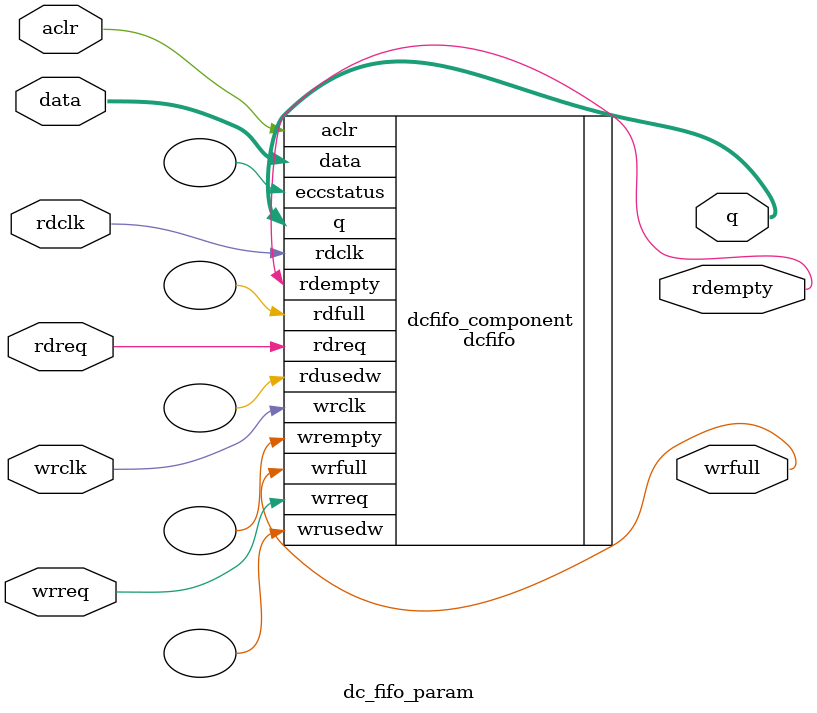
<source format=sv>


module dc_fifo_param #(
    parameter int ADDR_WIDTH     = 4
   ,parameter int DATA_WIDTH     = 64
   ,parameter     RAM_BLOCK_TYPE = "MLAB" //MLAB or M20K
   ,parameter int NUMBER_WORDS   = 0
) (
   //wr clk domain
    input  logic                  wrclk
   ,input  logic                  wrreq
   ,output logic                  wrfull
   ,input  logic [DATA_WIDTH-1:0] data
   //rd clk domain
   ,input  logic                  rdclk
   ,input  logic                  aclr
   ,input  logic                  rdreq
   ,output logic [DATA_WIDTH-1:0] q
   ,output logic                  rdempty
);

   localparam int NUMBER_WORDS_FINAL = (NUMBER_WORDS & RAM_BLOCK_TYPE == "MLAB") ? NUMBER_WORDS : 2**ADDR_WIDTH;
   localparam     RAM_BLOCK_TYPE_STRING = {"RAM_BLOCK_TYPE=", RAM_BLOCK_TYPE, ",DISABLE_DCFIFO_EMBEDDED_TIMING_CONSTRAINT=TRUE"};

   dcfifo dcfifo_component (
       .data       (data)
      ,.rdclk      (rdclk)
      ,.rdreq      (rdreq)
      ,.wrclk      (wrclk)
      ,.wrreq      (wrreq)
      ,.q          (q)
      ,.rdempty    (rdempty)
      ,.wrfull     (wrfull)
      ,.aclr       (aclr)
      ,.eccstatus  ()
      ,.rdfull     ()
      ,.rdusedw    ()
      ,.wrempty    ()
      ,.wrusedw    ()
   );
   defparam
      dcfifo_component.enable_ecc  = "FALSE",
      dcfifo_component.intended_device_family  = "Agilex",
      dcfifo_component.lpm_hint  = RAM_BLOCK_TYPE_STRING,
      dcfifo_component.lpm_numwords  = NUMBER_WORDS_FINAL,
      dcfifo_component.lpm_showahead  = "ON",
      dcfifo_component.lpm_type  = "dcfifo",
      dcfifo_component.lpm_width  = DATA_WIDTH,
      dcfifo_component.lpm_widthu  = $clog2(NUMBER_WORDS_FINAL),
      dcfifo_component.overflow_checking  = "OFF",
      dcfifo_component.rdsync_delaypipe  = 4,
      dcfifo_component.read_aclr_synch  = "OFF",
      dcfifo_component.underflow_checking  = "OFF",
      dcfifo_component.use_eab  = "ON",
      dcfifo_component.write_aclr_synch  = "ON",
      dcfifo_component.wrsync_delaypipe  = 4;

endmodule

</source>
